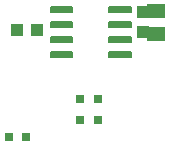
<source format=gbr>
G04 EAGLE Gerber RS-274X export*
G75*
%MOMM*%
%FSLAX34Y34*%
%LPD*%
%INSolderpaste Top*%
%IPPOS*%
%AMOC8*
5,1,8,0,0,1.08239X$1,22.5*%
G01*
%ADD10R,1.500000X1.300000*%
%ADD11R,1.000000X1.100000*%
%ADD12R,0.800000X0.800000*%
%ADD13C,0.147500*%


D10*
X61913Y158725D03*
X61913Y139725D03*
D11*
X50800Y157725D03*
X50800Y140725D03*
X-39125Y142875D03*
X-56125Y142875D03*
D12*
X-63063Y52388D03*
X-48063Y52388D03*
X-2738Y84138D03*
X12263Y84138D03*
X-2738Y66675D03*
X12263Y66675D03*
D13*
X-9287Y158125D02*
X-27513Y158125D01*
X-27513Y162551D01*
X-9287Y162551D01*
X-9287Y158125D01*
X-9287Y159526D02*
X-27513Y159526D01*
X-27513Y160927D02*
X-9287Y160927D01*
X-9287Y162328D02*
X-27513Y162328D01*
X-27513Y145425D02*
X-9287Y145425D01*
X-27513Y145425D02*
X-27513Y149851D01*
X-9287Y149851D01*
X-9287Y145425D01*
X-9287Y146826D02*
X-27513Y146826D01*
X-27513Y148227D02*
X-9287Y148227D01*
X-9287Y149628D02*
X-27513Y149628D01*
X-27513Y132725D02*
X-9287Y132725D01*
X-27513Y132725D02*
X-27513Y137151D01*
X-9287Y137151D01*
X-9287Y132725D01*
X-9287Y134126D02*
X-27513Y134126D01*
X-27513Y135527D02*
X-9287Y135527D01*
X-9287Y136928D02*
X-27513Y136928D01*
X-27513Y120025D02*
X-9287Y120025D01*
X-27513Y120025D02*
X-27513Y124451D01*
X-9287Y124451D01*
X-9287Y120025D01*
X-9287Y121426D02*
X-27513Y121426D01*
X-27513Y122827D02*
X-9287Y122827D01*
X-9287Y124228D02*
X-27513Y124228D01*
X21987Y120025D02*
X40213Y120025D01*
X21987Y120025D02*
X21987Y124451D01*
X40213Y124451D01*
X40213Y120025D01*
X40213Y121426D02*
X21987Y121426D01*
X21987Y122827D02*
X40213Y122827D01*
X40213Y124228D02*
X21987Y124228D01*
X21987Y132725D02*
X40213Y132725D01*
X21987Y132725D02*
X21987Y137151D01*
X40213Y137151D01*
X40213Y132725D01*
X40213Y134126D02*
X21987Y134126D01*
X21987Y135527D02*
X40213Y135527D01*
X40213Y136928D02*
X21987Y136928D01*
X21987Y145425D02*
X40213Y145425D01*
X21987Y145425D02*
X21987Y149851D01*
X40213Y149851D01*
X40213Y145425D01*
X40213Y146826D02*
X21987Y146826D01*
X21987Y148227D02*
X40213Y148227D01*
X40213Y149628D02*
X21987Y149628D01*
X21987Y158125D02*
X40213Y158125D01*
X21987Y158125D02*
X21987Y162551D01*
X40213Y162551D01*
X40213Y158125D01*
X40213Y159526D02*
X21987Y159526D01*
X21987Y160927D02*
X40213Y160927D01*
X40213Y162328D02*
X21987Y162328D01*
M02*

</source>
